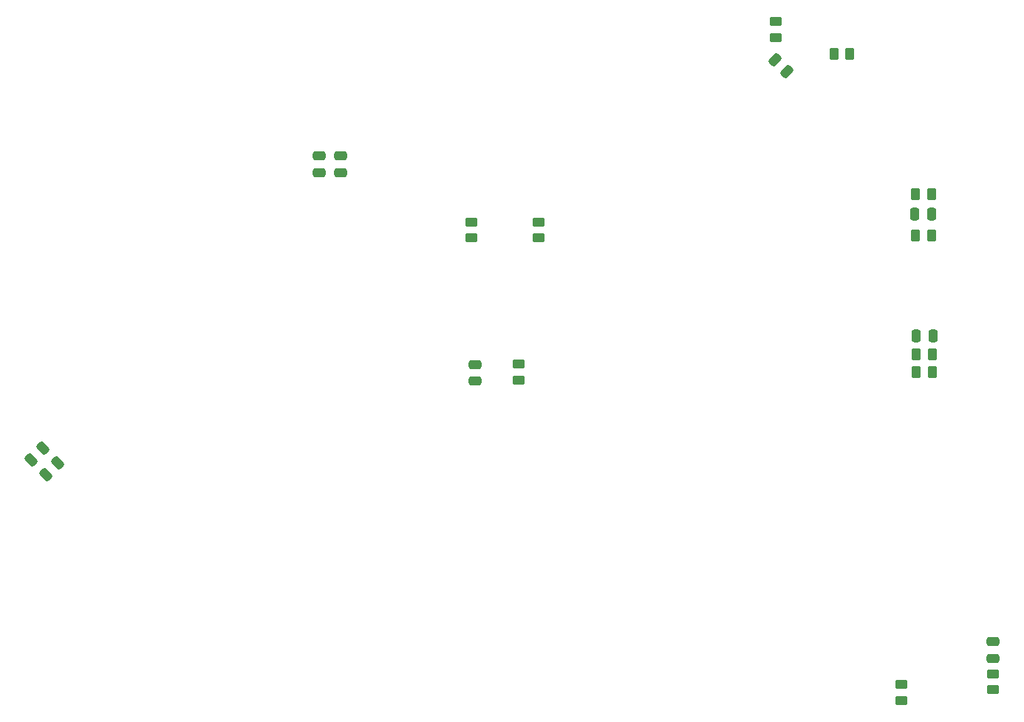
<source format=gbr>
%TF.GenerationSoftware,KiCad,Pcbnew,9.0.6*%
%TF.CreationDate,2026-01-28T12:20:58-06:00*%
%TF.ProjectId,mainboard,6d61696e-626f-4617-9264-2e6b69636164,rev?*%
%TF.SameCoordinates,Original*%
%TF.FileFunction,Paste,Bot*%
%TF.FilePolarity,Positive*%
%FSLAX46Y46*%
G04 Gerber Fmt 4.6, Leading zero omitted, Abs format (unit mm)*
G04 Created by KiCad (PCBNEW 9.0.6) date 2026-01-28 12:20:58*
%MOMM*%
%LPD*%
G01*
G04 APERTURE LIST*
G04 Aperture macros list*
%AMRoundRect*
0 Rectangle with rounded corners*
0 $1 Rounding radius*
0 $2 $3 $4 $5 $6 $7 $8 $9 X,Y pos of 4 corners*
0 Add a 4 corners polygon primitive as box body*
4,1,4,$2,$3,$4,$5,$6,$7,$8,$9,$2,$3,0*
0 Add four circle primitives for the rounded corners*
1,1,$1+$1,$2,$3*
1,1,$1+$1,$4,$5*
1,1,$1+$1,$6,$7*
1,1,$1+$1,$8,$9*
0 Add four rect primitives between the rounded corners*
20,1,$1+$1,$2,$3,$4,$5,0*
20,1,$1+$1,$4,$5,$6,$7,0*
20,1,$1+$1,$6,$7,$8,$9,0*
20,1,$1+$1,$8,$9,$2,$3,0*%
G04 Aperture macros list end*
%ADD10RoundRect,0.250000X-0.450000X0.262500X-0.450000X-0.262500X0.450000X-0.262500X0.450000X0.262500X0*%
%ADD11RoundRect,0.250000X0.262500X0.450000X-0.262500X0.450000X-0.262500X-0.450000X0.262500X-0.450000X0*%
%ADD12RoundRect,0.250000X-0.475000X0.250000X-0.475000X-0.250000X0.475000X-0.250000X0.475000X0.250000X0*%
%ADD13RoundRect,0.250000X0.159099X-0.512652X0.512652X-0.159099X-0.159099X0.512652X-0.512652X0.159099X0*%
%ADD14RoundRect,0.250000X-0.262500X-0.450000X0.262500X-0.450000X0.262500X0.450000X-0.262500X0.450000X0*%
%ADD15RoundRect,0.250000X0.450000X-0.262500X0.450000X0.262500X-0.450000X0.262500X-0.450000X-0.262500X0*%
%ADD16RoundRect,0.250000X0.475000X-0.250000X0.475000X0.250000X-0.475000X0.250000X-0.475000X-0.250000X0*%
%ADD17RoundRect,0.250000X0.512652X0.159099X0.159099X0.512652X-0.512652X-0.159099X-0.159099X-0.512652X0*%
%ADD18RoundRect,0.250000X-0.250000X-0.475000X0.250000X-0.475000X0.250000X0.475000X-0.250000X0.475000X0*%
G04 APERTURE END LIST*
D10*
%TO.C,R4*%
X343830795Y-69201005D03*
X343830795Y-71026005D03*
%TD*%
D11*
%TO.C,R11*%
X396530795Y-66001005D03*
X394705795Y-66001005D03*
%TD*%
D12*
%TO.C,C6*%
X344180795Y-85551005D03*
X344180795Y-87451005D03*
%TD*%
D10*
%TO.C,R14*%
X378652995Y-46234405D03*
X378652995Y-48059405D03*
%TD*%
D13*
%TO.C,C1*%
X293330795Y-96501005D03*
X294674297Y-95157503D03*
%TD*%
%TO.C,C1*%
X295030795Y-98201005D03*
X296374297Y-96857503D03*
%TD*%
D14*
%TO.C,R7*%
X394780795Y-84385205D03*
X396605795Y-84385205D03*
%TD*%
D15*
%TO.C,R10*%
X349180795Y-87322405D03*
X349180795Y-85497405D03*
%TD*%
D16*
%TO.C,C11*%
X328780195Y-63526805D03*
X328780195Y-61626805D03*
%TD*%
D15*
%TO.C,R13*%
X403568095Y-122845105D03*
X403568095Y-121020105D03*
%TD*%
D17*
%TO.C,C10*%
X379924297Y-51975956D03*
X378580795Y-50632454D03*
%TD*%
D11*
%TO.C,R6*%
X396605795Y-86451005D03*
X394780795Y-86451005D03*
%TD*%
%TO.C,R16*%
X387180795Y-49901005D03*
X385355795Y-49901005D03*
%TD*%
D16*
%TO.C,C7*%
X326367195Y-63526805D03*
X326367195Y-61626805D03*
%TD*%
D15*
%TO.C,R15*%
X393030795Y-124076005D03*
X393030795Y-122251005D03*
%TD*%
D12*
%TO.C,C9*%
X403580795Y-117351005D03*
X403580795Y-119251005D03*
%TD*%
D14*
%TO.C,R12*%
X394705795Y-70801005D03*
X396530795Y-70801005D03*
%TD*%
D18*
%TO.C,C5*%
X394780795Y-82251005D03*
X396680795Y-82251005D03*
%TD*%
D10*
%TO.C,R5*%
X351530795Y-69226005D03*
X351530795Y-71051005D03*
%TD*%
D18*
%TO.C,C8*%
X394630795Y-68351005D03*
X396530795Y-68351005D03*
%TD*%
M02*

</source>
